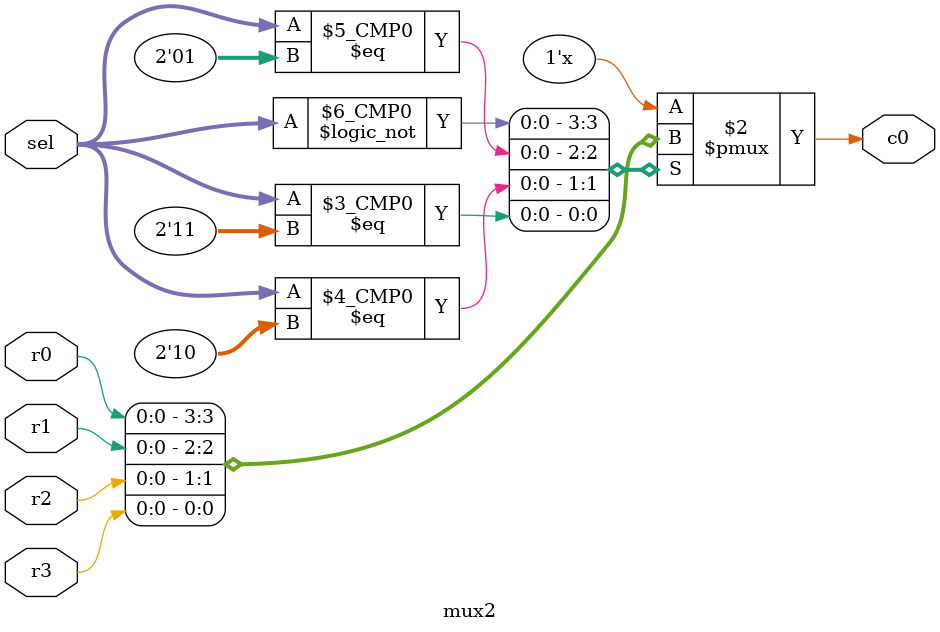
<source format=v>
`timescale 1ns / 1ps

/*

A Mod B için

önce -B yi bul : Xor(B, 0xFF), sonra +0x01 yapıp -Byi bul
C=ADD(A,-B) yap
criclerShift(C) yapıp C[0]'a bak 1 ise C + B yapıp outputa ver değilse A=C yapıp önceki işlemi yap

*/

module alu(
input [7:0] ALUinA,
input [7:0] ALUinB,
input [1:0] InsSel,
output [7:0]ALUout,
output C0,Z
);
wire[7:0] r0;
wire[7:0] r1;
wire[7:0] r2;
wire[7:0] r3;
wire[7:0] o;
wire output_c;
assign ALUout = o ;

and8 and8_inst (
    .a(ALUinA),
    .b(ALUinB),
    .c(r0)
);

xor8 xor8_inst (
    .a(ALUinA),
    .b(ALUinB),
    .c(r1)
);

add8 add8_inst (
    .a(ALUinA),
    .b(ALUinB),
    .c(r2),
    .cout(output_c)
);

criclerShift criclerShift_inst (
    .a(ALUinA),
    .c(r3),
    .lastbit(last_bit)
);


mux8 mux8_inst (
    .c0(r0),
    .c1(r1),
    .c2(r2),
    .c3(r3),
    .sel(InsSel),
    .c(o)
);

mux2 mux2_inst (
    .r0(1'b0),
    .r1(1'b0),
    .r2(output_c),
    .r3(last_bit),
    .sel(InsSel),
    .c0(C0)
);



zeroComparator zeroComparator_inst (
    .a(o),
    .isZero(Z)
);



endmodule

 module and8(
    input [7:0] a,
    input [7:0] b,
    output [7:0] c
 );
assign c = a & b;
 endmodule

 module xor8 (
    input [7:0] a,
    input [7:0] b,
    output [7:0] c
 );
assign c = a ^ b;
 endmodule

 module add8(
    input [7:0] a,
    input [7:0] b,
    output [7:0] c,
    output cout
 );
 wire [8:0] res;
 assign res = a + b;
 assign c_out = res[8];
 assign c = res[7:0];
 endmodule

 module criclerShift(
    input [7:0] a,
    output [7:0] c,
    output lastbit
 );
 assign c = {a[6:0],a[7]};
 assign lastbit = a[7];
 endmodule

 module zeroComparator(
    input[7:0] a,
    output isZero
 );
assign isZero = (a==0) ? 1 : 0;

 endmodule
 
 module mux8(
input [7:0] c0,
input [7:0] c1,
input [7:0] c2,
input [7:0] c3,
input [1:0] sel,
output reg [7:0] c
 );
 always @(*) begin
    case (sel)
        2'b00: c = c0;
        2'b01: c = c1;
        2'b10: c = c2;
        2'b11: c = c3;
        default: c = 0;
    endcase
 end
 endmodule

module mux2(
input r0,r1,r2,r3,
input [1:0] sel,
output reg c0
);
always @(*) begin
    case (sel)
        2'b00: c0 = r0;
        2'b01: c0 = r1;
        2'b10: c0 = r2;
        2'b11: c0 = r3;
        default: c0 = 0;
    endcase
 end
endmodule
</source>
